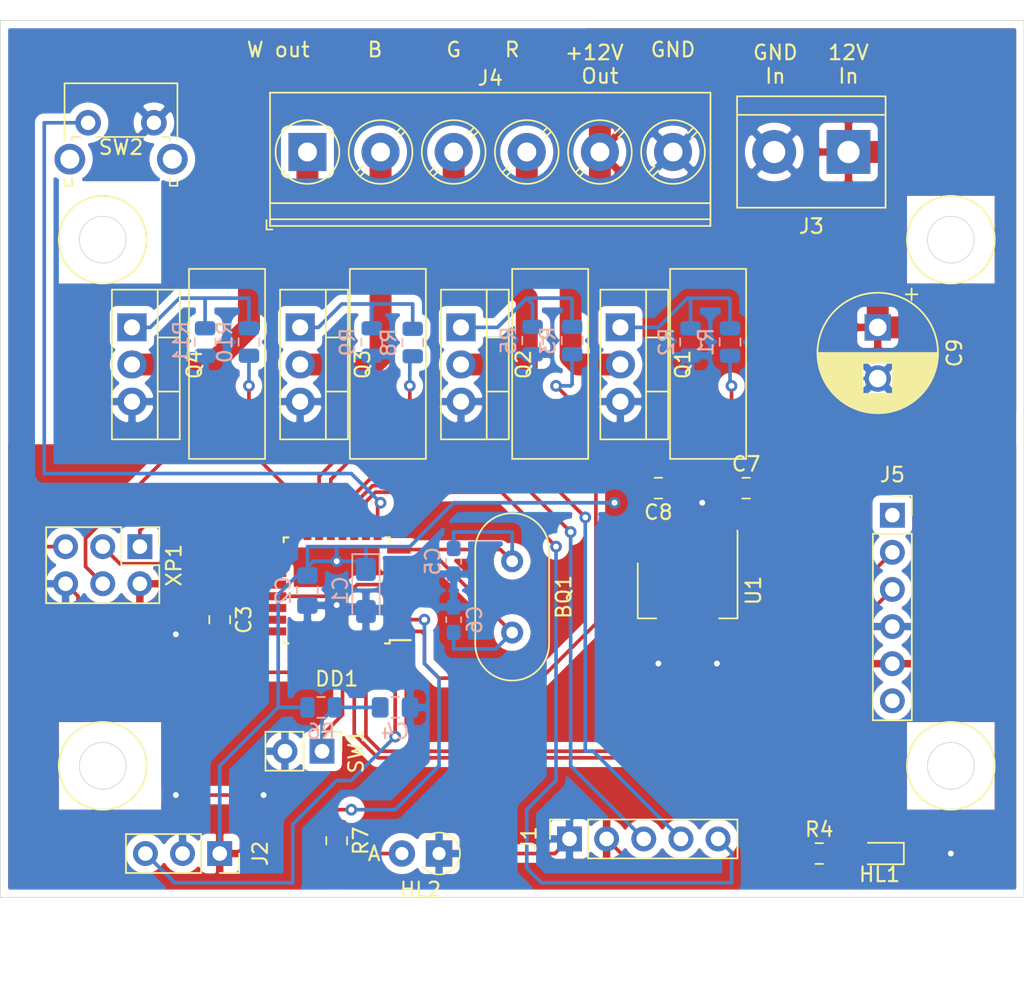
<source format=kicad_pcb>
(kicad_pcb (version 20171130) (host pcbnew 5.1.7-a382d34a8~87~ubuntu20.04.1)
  (layers (0 F.Cu signal) (31 B.Cu signal) (34 B.Paste user) (35 F.Paste user) (36 B.SilkS user) (37 F.SilkS user) (38 B.Mask user) (39 F.Mask user) (44 Edge.Cuts user))
  (net 0 "")
  (net 1 "Net-(BQ1-Pad2)")
  (net 2 "Net-(BQ1-Pad1)")
  (net 3 GND)
  (net 4 VDD)
  (net 5 "Net-(C3-Pad1)")
  (net 6 RES)
  (net 7 12V_P)
  (net 8 IRED)
  (net 9 D13/SCK)
  (net 10 D12/MISO)
  (net 11 D10)
  (net 12 D9)
  (net 13 D8)
  (net 14 D7)
  (net 15 D6)
  (net 16 D5)
  (net 17 D4)
  (net 18 D3)
  (net 19 "Net-(HL1-Pad2)")
  (net 20 "Net-(HL2-Pad2)")
  (net 21 R)
  (net 22 G)
  (net 23 B)
  (net 24 "Net-(Q1-Pad1)")
  (net 25 "Net-(Q2-Pad1)")
  (net 26 "Net-(Q3-Pad1)")
  (net 27 D11)
  (net 28 "Net-(Q4-Pad1)")
  (net 29 W)
  (net 30 BT_Rx)
  (net 31 BT_Tx)
  (module Capacitor_SMD:C_0805_2012Metric_Pad1.15x1.40mm_HandSolder (layer F.Cu) (at 145 72 180)
    (fp_text reference C8 (at 0 -1.65) (layer F.SilkS))
    (fp_text value "0,1 мкФ")
    (pad 2 smd roundrect (at 1.025 0 180) (size 1.15 1.4) (layers F.Cu F.Paste F.Mask) (roundrect_rratio 0.217391) (net 4 VDD))
    (pad 1 smd roundrect (at -1.025 0 180) (size 1.15 1.4) (layers F.Cu F.Paste F.Mask) (roundrect_rratio 0.217391) (net 3 GND))
  )
  (module Capacitor_SMD:C_0805_2012Metric_Pad1.15x1.40mm_HandSolder (layer F.Cu) (at 151 72)
    (fp_text reference C7 (at 0 -1.65) (layer F.SilkS))
    (fp_text value "0,1 мкФ")
    (pad 2 smd roundrect (at 1.025 0) (size 1.15 1.4) (layers F.Cu F.Paste F.Mask) (roundrect_rratio 0.217391) (net 7 12V_P))
    (pad 1 smd roundrect (at -1.025 0) (size 1.15 1.4) (layers F.Cu F.Paste F.Mask) (roundrect_rratio 0.217391) (net 3 GND))
  )
  (module Resistor_SMD:R_0805_2012Metric (layer F.Cu) (at 156 97)
    (fp_text reference R4 (at 0 -1.65) (layer F.SilkS))
    (fp_text value "680 Ом")
    (pad 2 smd roundrect (at 0.9375 0) (size 0.975 1.4) (layers F.Cu F.Paste F.Mask) (net 19 "Net-(HL1-Pad2)"))
    (pad 1 smd roundrect (at -0.9375 0) (size 0.975 1.4) (layers F.Cu F.Paste F.Mask) (net 4 VDD))
  )
  (module Capacitor_SMD:C_0805_2012Metric_Pad1.15x1.40mm_HandSolder (layer B.Cu) (at 127 87)
    (fp_text reference C4 (at 0 1.65) (layer B.SilkS) (effects (justify mirror)))
    (fp_text value "0,1 мкФ")
    (pad 2 smd roundrect (at 1.025 0) (size 1.15 1.4) (layers B.Cu B.Paste B.Mask) (roundrect_rratio 0.217391) (net 3 GND))
    (pad 1 smd roundrect (at -1.025 0) (size 1.15 1.4) (layers B.Cu B.Paste B.Mask) (roundrect_rratio 0.217391) (net 6 RES))
  )
  (module Resistor_SMD:R_0805_2012Metric (layer F.Cu) (at 123 96.125 270)
    (fp_text reference R7 (at 0 -1.65 90) (layer F.SilkS))
    (fp_text value "270 Ом")
    (pad 2 smd roundrect (at 0.9375 0 270) (size 0.975 1.4) (layers F.Cu F.Paste F.Mask) (net 20 "Net-(HL2-Pad2)"))
    (pad 1 smd roundrect (at -0.9375 0 270) (size 0.975 1.4) (layers F.Cu F.Paste F.Mask) (net 17 D4))
  )
  (module TerminalBlock:TerminalBlock_bornier-2_P5.08mm (layer F.Cu) (at 158 49 180)
    (fp_text reference J3 (at 2.54 -5.08) (layer F.SilkS))
    (fp_text value Conn_01x02)
    (pad 2 thru_hole circle (at 5.08 0 180) (size 3 3) (drill 1.52) (layers *.Cu *.Mask) (net 3 GND))
    (pad 1 thru_hole rect (at 0 0 180) (size 3 3) (drill 1.52) (layers *.Cu *.Mask) (net 7 12V_P))
  )
  (module Connector_PinSocket_2.54mm:PinSocket_1x06_P2.54mm_Vertical (layer F.Cu) (at 161 73.85)
    (fp_text reference J5 (at 0 -2.77) (layer F.SilkS))
    (fp_text value Conn_01x06_Female)
    (pad 6 thru_hole oval (at 0 12.7) (size 1.7 1.7) (drill 1) (layers *.Cu *.Mask))
    (pad 5 thru_hole oval (at 0 10.16) (size 1.7 1.7) (drill 1) (layers *.Cu *.Mask) (net 4 VDD))
    (pad 4 thru_hole oval (at 0 7.62) (size 1.7 1.7) (drill 1) (layers *.Cu *.Mask) (net 3 GND))
    (pad 3 thru_hole oval (at 0 5.08) (size 1.7 1.7) (drill 1) (layers *.Cu *.Mask) (net 31 BT_Tx))
    (pad 2 thru_hole oval (at 0 2.54) (size 1.7 1.7) (drill 1) (layers *.Cu *.Mask) (net 30 BT_Rx))
    (pad 1 thru_hole rect (at 0 0) (size 1.7 1.7) (drill 1) (layers *.Cu *.Mask))
  )
  (module Package_TO_SOT_SMD:SOT-223-3_TabPin2 (layer F.Cu) (at 147 79 270)
    (fp_text reference U1 (at 0 -4.5 90) (layer F.SilkS))
    (fp_text value L78M05ABDT)
    (pad 1 smd rect (at -3.15 -2.3 270) (size 2 1.5) (layers F.Cu F.Paste F.Mask) (net 7 12V_P))
    (pad 3 smd rect (at -3.15 2.3 270) (size 2 1.5) (layers F.Cu F.Paste F.Mask) (net 4 VDD))
    (pad 2 smd rect (at -3.15 0 270) (size 2 1.5) (layers F.Cu F.Paste F.Mask) (net 3 GND))
    (pad 2 smd rect (at 3.15 0 270) (size 4 5) (layers F.Cu F.Paste F.Mask) (net 3 GND))
  )
  (module TerminalBlock_Phoenix:TerminalBlock_Phoenix_PT-1,5-6-5.0-H_1x06_P5.00mm_Horizontal (layer F.Cu) (at 121 49)
    (fp_text reference J4 (at 12.5 -5.06) (layer F.SilkS))
    (fp_text value Screw_Terminal_01x06)
    (pad 6 thru_hole circle (at 25 0) (size 2.6 2.6) (drill 1.3) (layers *.Cu *.Mask) (net 3 GND))
    (pad 5 thru_hole circle (at 20 0) (size 2.6 2.6) (drill 1.3) (layers *.Cu *.Mask) (net 7 12V_P))
    (pad 4 thru_hole circle (at 15 0) (size 2.6 2.6) (drill 1.3) (layers *.Cu *.Mask) (net 21 R))
    (pad 3 thru_hole circle (at 10 0) (size 2.6 2.6) (drill 1.3) (layers *.Cu *.Mask) (net 22 G))
    (pad 2 thru_hole circle (at 5 0) (size 2.6 2.6) (drill 1.3) (layers *.Cu *.Mask) (net 23 B))
    (pad 1 thru_hole rect (at 0 0) (size 2.6 2.6) (drill 1.3) (layers *.Cu *.Mask) (net 29 W))
  )
  (module Resistor_SMD:R_0805_2012Metric (layer B.Cu) (at 114 62 270)
    (fp_text reference R11 (at 0 1.65 270) (layer B.SilkS) (effects (justify mirror)))
    (fp_text value "100 кОм")
    (pad 2 smd roundrect (at 0.9375 0 270) (size 0.975 1.4) (layers B.Cu B.Paste B.Mask) (net 3 GND))
    (pad 1 smd roundrect (at -0.9375 0 270) (size 0.975 1.4) (layers B.Cu B.Paste B.Mask) (net 28 "Net-(Q4-Pad1)"))
  )
  (module Resistor_SMD:R_0805_2012Metric (layer B.Cu) (at 117 62 270)
    (fp_text reference R10 (at 0 1.65 270) (layer B.SilkS) (effects (justify mirror)))
    (fp_text value "10 кОм")
    (pad 2 smd roundrect (at 0.9375 0 270) (size 0.975 1.4) (layers B.Cu B.Paste B.Mask) (net 27 D11))
    (pad 1 smd roundrect (at -0.9375 0 270) (size 0.975 1.4) (layers B.Cu B.Paste B.Mask) (net 28 "Net-(Q4-Pad1)"))
  )
  (module Package_TO_SOT_THT:TO-220-3_Vertical (layer F.Cu) (at 109 61 270)
    (fp_text reference Q4 (at 2.54 -4.27 90) (layer F.SilkS))
    (fp_text value IRF540N)
    (pad 3 thru_hole oval (at 5.08 0 270) (size 1.905 2) (drill 1.1) (layers *.Cu *.Mask) (net 3 GND))
    (pad 2 thru_hole oval (at 2.54 0 270) (size 1.905 2) (drill 1.1) (layers *.Cu *.Mask) (net 29 W))
    (pad 1 thru_hole rect (at 0 0 270) (size 1.905 2) (drill 1.1) (layers *.Cu *.Mask) (net 28 "Net-(Q4-Pad1)"))
  )
  (module Connector_PinHeader_2.54mm:PinHeader_2x03_P2.54mm_Vertical (layer F.Cu) (at 109.54 76 270)
    (fp_text reference XP1 (at 1.27 -2.33 90) (layer F.SilkS))
    (fp_text value CONN_02X03)
    (pad 6 thru_hole oval (at 2.54 5.08 270) (size 1.7 1.7) (drill 1) (layers *.Cu *.Mask) (net 3 GND))
    (pad 5 thru_hole oval (at 0 5.08 270) (size 1.7 1.7) (drill 1) (layers *.Cu *.Mask) (net 6 RES))
    (pad 4 thru_hole oval (at 2.54 2.54 270) (size 1.7 1.7) (drill 1) (layers *.Cu *.Mask) (net 27 D11))
    (pad 3 thru_hole oval (at 0 2.54 270) (size 1.7 1.7) (drill 1) (layers *.Cu *.Mask) (net 9 D13/SCK))
    (pad 2 thru_hole oval (at 2.54 0 270) (size 1.7 1.7) (drill 1) (layers *.Cu *.Mask) (net 4 VDD))
    (pad 1 thru_hole rect (at 0 0 270) (size 1.7 1.7) (drill 1) (layers *.Cu *.Mask) (net 10 D12/MISO))
  )
  (module Button_Switch_THT:SW_Tactile_SPST_Angled_PTS645Vx83-2LFS (layer F.Cu) (at 106 47)
    (fp_text reference SW2 (at 2.25 1.68) (layer F.SilkS))
    (fp_text value SW_DIP_x01)
    (pad "" thru_hole circle (at -1.25 2.49) (size 2.1 2.1) (drill 1.3) (layers *.Cu *.Mask))
    (pad 1 thru_hole circle (at 0 0) (size 1.75 1.75) (drill 0.99) (layers *.Cu *.Mask) (net 16 D5))
    (pad 2 thru_hole circle (at 4.5 0) (size 1.75 1.75) (drill 0.99) (layers *.Cu *.Mask) (net 3 GND))
    (pad "" thru_hole circle (at 5.76 2.49) (size 2.1 2.1) (drill 1.3) (layers *.Cu *.Mask))
  )
  (module Connector_PinHeader_2.54mm:PinHeader_1x02_P2.54mm_Vertical (layer F.Cu) (at 122 90 270)
    (fp_text reference SW1 (at 0 -2.33 90) (layer F.SilkS))
    (fp_text value SW_DIP_x01-Switch-RDC1-0035-rescue)
    (pad 2 thru_hole oval (at 0 2.54 270) (size 1.7 1.7) (drill 1) (layers *.Cu *.Mask) (net 3 GND))
    (pad 1 thru_hole rect (at 0 0 270) (size 1.7 1.7) (drill 1) (layers *.Cu *.Mask) (net 6 RES))
  )
  (module Resistor_SMD:R_0805_2012Metric (layer B.Cu) (at 125.4 62 270)
    (fp_text reference R9 (at 0 1.65 90) (layer B.SilkS) (effects (justify mirror)))
    (fp_text value "100 кОм")
    (pad 2 smd roundrect (at 0.9375 0 270) (size 0.975 1.4) (layers B.Cu B.Paste B.Mask) (net 3 GND))
    (pad 1 smd roundrect (at -0.9375 0 270) (size 0.975 1.4) (layers B.Cu B.Paste B.Mask) (net 26 "Net-(Q3-Pad1)"))
  )
  (module Resistor_SMD:R_0805_2012Metric (layer B.Cu) (at 128.2 62.0375 270)
    (fp_text reference R8 (at 0 1.65 90) (layer B.SilkS) (effects (justify mirror)))
    (fp_text value "10 кОм")
    (pad 2 smd roundrect (at 0.9375 0 270) (size 0.975 1.4) (layers B.Cu B.Paste B.Mask) (net 11 D10))
    (pad 1 smd roundrect (at -0.9375 0 270) (size 0.975 1.4) (layers B.Cu B.Paste B.Mask) (net 26 "Net-(Q3-Pad1)"))
  )
  (module Resistor_SMD:R_0805_2012Metric (layer B.Cu) (at 121.9375 87)
    (fp_text reference R6 (at 0 1.65) (layer B.SilkS) (effects (justify mirror)))
    (fp_text value "10 кОм")
    (pad 2 smd roundrect (at 0.9375 0) (size 0.975 1.4) (layers B.Cu B.Paste B.Mask) (net 6 RES))
    (pad 1 smd roundrect (at -0.9375 0) (size 0.975 1.4) (layers B.Cu B.Paste B.Mask) (net 4 VDD))
  )
  (module Resistor_SMD:R_0805_2012Metric (layer B.Cu) (at 136.4 61.9 270)
    (fp_text reference R5 (at 0 1.65 90) (layer B.SilkS) (effects (justify mirror)))
    (fp_text value "100 кОм")
    (pad 2 smd roundrect (at 0.9375 0 270) (size 0.975 1.4) (layers B.Cu B.Paste B.Mask) (net 3 GND))
    (pad 1 smd roundrect (at -0.9375 0 270) (size 0.975 1.4) (layers B.Cu B.Paste B.Mask) (net 25 "Net-(Q2-Pad1)"))
  )
  (module Resistor_SMD:R_0805_2012Metric (layer B.Cu) (at 139.1 61.9 270)
    (fp_text reference R3 (at 0 1.65 90) (layer B.SilkS) (effects (justify mirror)))
    (fp_text value "10 кОм")
    (pad 2 smd roundrect (at 0.9375 0 270) (size 0.975 1.4) (layers B.Cu B.Paste B.Mask) (net 12 D9))
    (pad 1 smd roundrect (at -0.9375 0 270) (size 0.975 1.4) (layers B.Cu B.Paste B.Mask) (net 25 "Net-(Q2-Pad1)"))
  )
  (module Resistor_SMD:R_0805_2012Metric (layer B.Cu) (at 147.2 62 270)
    (fp_text reference R2 (at 0 1.65 90) (layer B.SilkS) (effects (justify mirror)))
    (fp_text value "100 кОм")
    (pad 2 smd roundrect (at 0.9375 0 270) (size 0.975 1.4) (layers B.Cu B.Paste B.Mask) (net 3 GND))
    (pad 1 smd roundrect (at -0.9375 0 270) (size 0.975 1.4) (layers B.Cu B.Paste B.Mask) (net 24 "Net-(Q1-Pad1)"))
  )
  (module Resistor_SMD:R_0805_2012Metric (layer B.Cu) (at 149.9 62 270)
    (fp_text reference R1 (at 0 1.65 90) (layer B.SilkS) (effects (justify mirror)))
    (fp_text value "10 кОм")
    (pad 2 smd roundrect (at 0.9375 0 270) (size 0.975 1.4) (layers B.Cu B.Paste B.Mask) (net 18 D3))
    (pad 1 smd roundrect (at -0.9375 0 270) (size 0.975 1.4) (layers B.Cu B.Paste B.Mask) (net 24 "Net-(Q1-Pad1)"))
  )
  (module Package_TO_SOT_THT:TO-220-3_Vertical (layer F.Cu) (at 120.5 61 270)
    (fp_text reference Q3 (at 2.54 -4.27 90) (layer F.SilkS))
    (fp_text value IRF540N)
    (pad 3 thru_hole oval (at 5.08 0 270) (size 1.905 2) (drill 1.1) (layers *.Cu *.Mask) (net 3 GND))
    (pad 2 thru_hole oval (at 2.54 0 270) (size 1.905 2) (drill 1.1) (layers *.Cu *.Mask) (net 23 B))
    (pad 1 thru_hole rect (at 0 0 270) (size 1.905 2) (drill 1.1) (layers *.Cu *.Mask) (net 26 "Net-(Q3-Pad1)"))
  )
  (module Package_TO_SOT_THT:TO-220-3_Vertical (layer F.Cu) (at 131.5 61 270)
    (fp_text reference Q2 (at 2.54 -4.27 90) (layer F.SilkS))
    (fp_text value IRF540N)
    (pad 3 thru_hole oval (at 5.08 0 270) (size 1.905 2) (drill 1.1) (layers *.Cu *.Mask) (net 3 GND))
    (pad 2 thru_hole oval (at 2.54 0 270) (size 1.905 2) (drill 1.1) (layers *.Cu *.Mask) (net 22 G))
    (pad 1 thru_hole rect (at 0 0 270) (size 1.905 2) (drill 1.1) (layers *.Cu *.Mask) (net 25 "Net-(Q2-Pad1)"))
  )
  (module Package_TO_SOT_THT:TO-220-3_Vertical (layer F.Cu) (at 142.4 61 270)
    (fp_text reference Q1 (at 2.54 -4.27 90) (layer F.SilkS))
    (fp_text value IRF540N)
    (pad 3 thru_hole oval (at 5.08 0 270) (size 1.905 2) (drill 1.1) (layers *.Cu *.Mask) (net 3 GND))
    (pad 2 thru_hole oval (at 2.54 0 270) (size 1.905 2) (drill 1.1) (layers *.Cu *.Mask) (net 21 R))
    (pad 1 thru_hole rect (at 0 0 270) (size 1.905 2) (drill 1.1) (layers *.Cu *.Mask) (net 24 "Net-(Q1-Pad1)"))
  )
  (module Connector_PinSocket_2.54mm:PinSocket_1x03_P2.54mm_Vertical (layer F.Cu) (at 115 97 270)
    (fp_text reference J2 (at 0 -2.77 90) (layer F.SilkS))
    (fp_text value Conn_01x03)
    (pad 3 thru_hole oval (at 0 5.08 270) (size 1.7 1.7) (drill 1) (layers *.Cu *.Mask) (net 8 IRED))
    (pad 2 thru_hole oval (at 0 2.54 270) (size 1.7 1.7) (drill 1) (layers *.Cu *.Mask) (net 3 GND))
    (pad 1 thru_hole rect (at 0 0 270) (size 1.7 1.7) (drill 1) (layers *.Cu *.Mask) (net 4 VDD))
  )
  (module Connector_PinSocket_2.54mm:PinSocket_1x05_P2.54mm_Vertical (layer F.Cu) (at 138.92 96 90)
    (fp_text reference J1 (at 0 -2.77 90) (layer F.SilkS))
    (fp_text value ЭНКОДЕР)
    (pad 5 thru_hole oval (at 0 10.16 90) (size 1.7 1.7) (drill 1) (layers *.Cu *.Mask) (net 15 D6))
    (pad 4 thru_hole oval (at 0 7.62 90) (size 1.7 1.7) (drill 1) (layers *.Cu *.Mask) (net 13 D8))
    (pad 3 thru_hole oval (at 0 5.08 90) (size 1.7 1.7) (drill 1) (layers *.Cu *.Mask) (net 14 D7))
    (pad 2 thru_hole oval (at 0 2.54 90) (size 1.7 1.7) (drill 1) (layers *.Cu *.Mask) (net 4 VDD))
    (pad 1 thru_hole rect (at 0 0 90) (size 1.7 1.7) (drill 1) (layers *.Cu *.Mask) (net 3 GND))
  )
  (module Diode_THT:D_A-405_P2.54mm_Vertical_AnodeUp (layer F.Cu) (at 130 97 180)
    (fp_text reference HL2 (at 1.27 -2.47) (layer F.SilkS))
    (fp_text value LED)
    (fp_text user A (at 4.44 0) (layer F.SilkS))
    (pad 2 thru_hole oval (at 2.54 0 180) (size 1.8 1.8) (drill 0.9) (layers *.Cu *.Mask) (net 20 "Net-(HL2-Pad2)"))
    (pad 1 thru_hole rect (at 0 0 180) (size 1.8 1.8) (drill 0.9) (layers *.Cu *.Mask) (net 3 GND))
  )
  (module LED_SMD:LED_0603_1608Metric_Pad1.05x0.95mm_HandSolder (layer F.Cu) (at 160.125 97 180)
    (fp_text reference HL1 (at 0 -1.43) (layer F.SilkS))
    (fp_text value LED)
    (pad 2 smd roundrect (at 0.875 0 180) (size 1.05 0.95) (layers F.Cu F.Paste F.Mask) (net 19 "Net-(HL1-Pad2)"))
    (pad 1 smd roundrect (at -0.875 0 180) (size 1.05 0.95) (layers F.Cu F.Paste F.Mask) (net 3 GND))
  )
  (module Package_QFP:TQFP-32_7x7mm_P0.8mm (layer F.Cu) (at 123 79 180)
    (fp_text reference DD1 (at 0 -6.05) (layer F.SilkS))
    (fp_text value ATMEGA328P-A)
    (pad 32 smd rect (at -2.8 -4.25 270) (size 1.6 0.55) (layers F.Cu F.Paste F.Mask) (net 8 IRED))
    (pad 31 smd rect (at -2 -4.25 270) (size 1.6 0.55) (layers F.Cu F.Paste F.Mask) (net 30 BT_Rx))
    (pad 30 smd rect (at -1.2 -4.25 270) (size 1.6 0.55) (layers F.Cu F.Paste F.Mask) (net 31 BT_Tx))
    (pad 29 smd rect (at -0.4 -4.25 270) (size 1.6 0.55) (layers F.Cu F.Paste F.Mask) (net 6 RES))
    (pad 28 smd rect (at 0.4 -4.25 270) (size 1.6 0.55) (layers F.Cu F.Paste F.Mask))
    (pad 27 smd rect (at 1.2 -4.25 270) (size 1.6 0.55) (layers F.Cu F.Paste F.Mask))
    (pad 26 smd rect (at 2 -4.25 270) (size 1.6 0.55) (layers F.Cu F.Paste F.Mask))
    (pad 25 smd rect (at 2.8 -4.25 270) (size 1.6 0.55) (layers F.Cu F.Paste F.Mask))
    (pad 24 smd rect (at 4.25 -2.8 180) (size 1.6 0.55) (layers F.Cu F.Paste F.Mask))
    (pad 23 smd rect (at 4.25 -2 180) (size 1.6 0.55) (layers F.Cu F.Paste F.Mask))
    (pad 22 smd rect (at 4.25 -1.2 180) (size 1.6 0.55) (layers F.Cu F.Paste F.Mask))
    (pad 21 smd rect (at 4.25 -0.4 180) (size 1.6 0.55) (layers F.Cu F.Paste F.Mask) (net 3 GND))
    (pad 20 smd rect (at 4.25 0.4 180) (size 1.6 0.55) (layers F.Cu F.Paste F.Mask) (net 5 "Net-(C3-Pad1)"))
    (pad 19 smd rect (at 4.25 1.2 180) (size 1.6 0.55) (layers F.Cu F.Paste F.Mask))
    (pad 18 smd rect (at 4.25 2 180) (size 1.6 0.55) (layers F.Cu F.Paste F.Mask) (net 4 VDD))
    (pad 17 smd rect (at 4.25 2.8 180) (size 1.6 0.55) (layers F.Cu F.Paste F.Mask) (net 9 D13/SCK))
    (pad 16 smd rect (at 2.8 4.25 270) (size 1.6 0.55) (layers F.Cu F.Paste F.Mask) (net 10 D12/MISO))
    (pad 15 smd rect (at 2 4.25 270) (size 1.6 0.55) (layers F.Cu F.Paste F.Mask) (net 27 D11))
    (pad 14 smd rect (at 1.2 4.25 270) (size 1.6 0.55) (layers F.Cu F.Paste F.Mask) (net 11 D10))
    (pad 13 smd rect (at 0.4 4.25 270) (size 1.6 0.55) (layers F.Cu F.Paste F.Mask) (net 12 D9))
    (pad 12 smd rect (at -0.4 4.25 270) (size 1.6 0.55) (layers F.Cu F.Paste F.Mask) (net 13 D8))
    (pad 11 smd rect (at -1.2 4.25 270) (size 1.6 0.55) (layers F.Cu F.Paste F.Mask) (net 14 D7))
    (pad 10 smd rect (at -2 4.25 270) (size 1.6 0.55) (layers F.Cu F.Paste F.Mask) (net 15 D6))
    (pad 9 smd rect (at -2.8 4.25 270) (size 1.6 0.55) (layers F.Cu F.Paste F.Mask) (net 16 D5))
    (pad 8 smd rect (at -4.25 2.8 180) (size 1.6 0.55) (layers F.Cu F.Paste F.Mask) (net 2 "Net-(BQ1-Pad1)"))
    (pad 7 smd rect (at -4.25 2 180) (size 1.6 0.55) (layers F.Cu F.Paste F.Mask) (net 1 "Net-(BQ1-Pad2)"))
    (pad 6 smd rect (at -4.25 1.2 180) (size 1.6 0.55) (layers F.Cu F.Paste F.Mask) (net 4 VDD))
    (pad 5 smd rect (at -4.25 0.4 180) (size 1.6 0.55) (layers F.Cu F.Paste F.Mask) (net 3 GND))
    (pad 4 smd rect (at -4.25 -0.4 180) (size 1.6 0.55) (layers F.Cu F.Paste F.Mask) (net 4 VDD))
    (pad 3 smd rect (at -4.25 -1.2 180) (size 1.6 0.55) (layers F.Cu F.Paste F.Mask) (net 3 GND))
    (pad 2 smd rect (at -4.25 -2 180) (size 1.6 0.55) (layers F.Cu F.Paste F.Mask) (net 17 D4))
    (pad 1 smd rect (at -4.25 -2.8 180) (size 1.6 0.55) (layers F.Cu F.Paste F.Mask) (net 18 D3))
  )
  (module Capacitor_THT:CP_Radial_D8.0mm_P3.50mm (layer F.Cu) (at 160 61 270)
    (fp_text reference C9 (at 1.75 -5.25 90) (layer F.SilkS))
    (fp_text value 1000мкФ)
    (pad 2 thru_hole circle (at 3.5 0 270) (size 1.8 1.8) (drill 1.2) (layers *.Cu *.Mask) (net 3 GND))
    (pad 1 thru_hole rect (at 0 0 270) (size 1.8 1.8) (drill 1.2) (layers *.Cu *.Mask) (net 7 12V_P))
  )
  (module Capacitor_SMD:C_0603_1608Metric_Pad1.05x0.95mm_HandSolder (layer B.Cu) (at 131 81 90)
    (fp_text reference C6 (at 0 1.43 270) (layer B.SilkS) (effects (justify mirror)))
    (fp_text value 22пФ)
    (pad 2 smd roundrect (at 0.875 0 90) (size 1.05 0.95) (layers B.Cu B.Paste B.Mask) (net 3 GND))
    (pad 1 smd roundrect (at -0.875 0 90) (size 1.05 0.95) (layers B.Cu B.Paste B.Mask) (net 1 "Net-(BQ1-Pad2)"))
  )
  (module Capacitor_SMD:C_0603_1608Metric_Pad1.05x0.95mm_HandSolder (layer B.Cu) (at 131 77 270)
    (fp_text reference C5 (at 0 1.43 270) (layer B.SilkS) (effects (justify mirror)))
    (fp_text value 22пФ)
    (pad 2 smd roundrect (at 0.875 0 270) (size 1.05 0.95) (layers B.Cu B.Paste B.Mask) (net 3 GND))
    (pad 1 smd roundrect (at -0.875 0 270) (size 1.05 0.95) (layers B.Cu B.Paste B.Mask) (net 2 "Net-(BQ1-Pad1)"))
  )
  (module Capacitor_SMD:C_0805_2012Metric_Pad1.15x1.40mm_HandSolder (layer F.Cu) (at 115 81 270)
    (fp_text reference C3 (at 0 -1.65 270) (layer F.SilkS))
    (fp_text value "0,1 мкФ")
    (pad 2 smd roundrect (at 1.025 0 270) (size 1.15 1.4) (layers F.Cu F.Paste F.Mask) (roundrect_rratio 0.217391) (net 3 GND))
    (pad 1 smd roundrect (at -1.025 0 270) (size 1.15 1.4) (layers F.Cu F.Paste F.Mask) (roundrect_rratio 0.217391) (net 5 "Net-(C3-Pad1)"))
  )
  (module Capacitor_SMD:C_0805_2012Metric_Pad1.15x1.40mm_HandSolder (layer B.Cu) (at 121 79 270)
    (fp_text reference C2 (at 0 1.65 90) (layer B.SilkS) (effects (justify mirror)))
    (fp_text value "0,1 мкФ")
    (pad 2 smd roundrect (at 1.025 0 270) (size 1.15 1.4) (layers B.Cu B.Paste B.Mask) (roundrect_rratio 0.217391) (net 3 GND))
    (pad 1 smd roundrect (at -1.025 0 270) (size 1.15 1.4) (layers B.Cu B.Paste B.Mask) (roundrect_rratio 0.217391) (net 4 VDD))
  )
  (module Capacitor_Tantalum_SMD:CP_EIA-3216-18_Kemet-A_Pad1.58x1.35mm_HandSolder (layer B.Cu) (at 125 79 270)
    (fp_text reference C1 (at 0 1.75 90) (layer B.SilkS) (effects (justify mirror)))
    (fp_text value 10мкФ)
    (pad 2 smd roundrect (at 1.4375 0 270) (size 1.575 1.35) (layers B.Cu B.Paste B.Mask) (roundrect_rratio 0.185185) (net 3 GND))
    (pad 1 smd roundrect (at -1.4375 0 270) (size 1.575 1.35) (layers B.Cu B.Paste B.Mask) (roundrect_rratio 0.185185) (net 4 VDD))
  )
  (module Crystal:Crystal_HC49-4H_Vertical (layer F.Cu) (at 135 77 270)
    (fp_text reference BQ1 (at 2.44 -3.525 90) (layer F.SilkS))
    (fp_text value Crystal)
    (pad 2 thru_hole circle (at 4.88 0 270) (size 1.5 1.5) (drill 0.8) (layers *.Cu *.Mask) (net 1 "Net-(BQ1-Pad2)"))
    (pad 1 thru_hole circle (at 0 0 270) (size 1.5 1.5) (drill 0.8) (layers *.Cu *.Mask) (net 2 "Net-(BQ1-Pad1)"))
  )
  (gr_text GND (at 146 42) (layer F.SilkS) (effects (font (size 1 1))))
  (gr_text "+12V \nOut" (at 141 43) (layer F.SilkS) (effects (font (size 1 1))))
  (gr_text R (at 135 42) (layer F.SilkS) (effects (font (size 1 1))))
  (gr_text G (at 131 42) (layer F.SilkS) (effects (font (size 1 1))))
  (gr_text "B " (at 126 42) (layer F.SilkS) (effects (font (size 1 1))))
  (gr_text "W out" (at 119 42) (layer F.SilkS) (effects (font (size 1 1))))
  (gr_text "GND\nIn" (at 153 43) (layer F.SilkS) (effects (font (size 1 1))))
  (gr_text "12V\nIn" (at 158 43) (layer F.SilkS) (effects (font (size 1 1))))
  (gr_line (start 100 100) (end 100 40) (layer Edge.Cuts) (width 0.05))
  (gr_line (start 170 100) (end 100 100) (layer Edge.Cuts) (width 0.05))
  (gr_line (start 170 40) (end 170 100) (layer Edge.Cuts) (width 0.05))
  (gr_line (start 100 40) (end 170 40) (layer Edge.Cuts) (width 0.05))
  (gr_circle (center 165 55) (end 166.6 55) (layer Edge.Cuts) (width 0.05))
  (gr_circle (center 165 55) (end 168 55) (layer F.SilkS) (width 0.12))
  (gr_circle (center 107 55) (end 108.6 55) (layer Edge.Cuts) (width 0.05))
  (gr_circle (center 107 55) (end 110 55) (layer F.SilkS) (width 0.12))
  (gr_circle (center 107 91) (end 108.6 91) (layer Edge.Cuts) (width 0.05))
  (gr_circle (center 107 91) (end 110 91) (layer F.SilkS) (width 0.12))
  (gr_circle (center 165 91) (end 166.6 91) (layer Edge.Cuts) (width 0.05))
  (gr_circle (center 165 91) (end 168 91) (layer F.SilkS) (width 0.12))
  (gr_line (start 113 70) (end 118.1 70) (layer F.SilkS) (width 0.12))
  (gr_line (start 118.1 70) (end 118.1 57) (layer F.SilkS) (width 0.12))
  (gr_line (start 118.1 57) (end 112.9 57) (layer F.SilkS) (width 0.12))
  (gr_line (start 112.9 57) (end 112.9 70) (layer F.SilkS) (width 0.12))
  (gr_line (start 145.9 70) (end 151 70) (layer F.SilkS) (width 0.12))
  (gr_line (start 145.8 70) (end 145.9 70) (layer F.SilkS) (width 0.12))
  (gr_line (start 145.8 57) (end 145.8 70) (layer F.SilkS) (width 0.12))
  (gr_line (start 151 57) (end 145.8 57) (layer F.SilkS) (width 0.12))
  (gr_line (start 151 70) (end 151 57) (layer F.SilkS) (width 0.12))
  (gr_line (start 135.1 70) (end 140.2 70) (layer F.SilkS) (width 0.12))
  (gr_line (start 135 70) (end 135.1 70) (layer F.SilkS) (width 0.12))
  (gr_line (start 135 57) (end 135 70) (layer F.SilkS) (width 0.12))
  (gr_line (start 140.2 57) (end 135 57) (layer F.SilkS) (width 0.12))
  (gr_line (start 140.2 70) (end 140.2 57) (layer F.SilkS) (width 0.12))
  (gr_line (start 123.9 70) (end 124 70) (layer F.SilkS) (width 0.12))
  (gr_line (start 123.9 57) (end 123.9 70) (layer F.SilkS) (width 0.12))
  (gr_line (start 129.1 57) (end 123.9 57) (layer F.SilkS) (width 0.12))
  (gr_line (start 129.1 70) (end 129.1 57) (layer F.SilkS) (width 0.12))
  (gr_line (start 124 70) (end 129.1 70) (layer F.SilkS) (width 0.12))
  (segment (start 131 81.875) (end 131 83) (width 0.25) (layer B.Cu) (net 1))
  (segment (start 133.88 83) (end 135 81.88) (width 0.25) (layer B.Cu) (net 1))
  (segment (start 131 83) (end 133.88 83) (width 0.25) (layer B.Cu) (net 1))
  (segment (start 130.12 77) (end 135 81.88) (width 0.25) (layer F.Cu) (net 1))
  (segment (start 127.25 77) (end 130.12 77) (width 0.25) (layer F.Cu) (net 1))
  (segment (start 131 76.125) (end 131 75) (width 0.25) (layer B.Cu) (net 2))
  (segment (start 131 75) (end 135 75) (width 0.25) (layer B.Cu) (net 2))
  (segment (start 135 75) (end 135 77) (width 0.25) (layer B.Cu) (net 2))
  (segment (start 134.2 76.2) (end 135 77) (width 0.25) (layer F.Cu) (net 2))
  (segment (start 127.25 76.2) (end 134.2 76.2) (width 0.25) (layer F.Cu) (net 2))
  (via (at 149 84) (size 0.8) (drill 0.4) (layers F.Cu B.Cu) (net 3))
  (via (at 145 84) (size 0.8) (drill 0.4) (layers F.Cu B.Cu) (net 3))
  (via (at 165 97) (size 0.8) (drill 0.4) (layers F.Cu B.Cu) (net 3))
  (via (at 148 73) (size 0.8) (drill 0.4) (layers F.Cu B.Cu) (net 3))
  (via (at 123 80) (size 0.8) (drill 0.4) (layers F.Cu B.Cu) (net 3))
  (segment (start 117.7 79.4) (end 118.75 79.4) (width 0.25) (layer F.Cu) (net 3))
  (segment (start 117.6 79.4) (end 117.7 79.4) (width 0.25) (layer F.Cu) (net 3))
  (segment (start 117 80) (end 117.6 79.4) (width 0.25) (layer F.Cu) (net 3))
  (segment (start 117 80.725) (end 117 80) (width 0.25) (layer F.Cu) (net 3))
  (segment (start 115.7 82.025) (end 117 80.725) (width 0.25) (layer F.Cu) (net 3))
  (segment (start 115 82.025) (end 115.7 82.025) (width 0.25) (layer F.Cu) (net 3))
  (segment (start 121 80.025) (end 121 82) (width 0.25) (layer B.Cu) (net 3))
  (segment (start 125 82) (end 125 80.4375) (width 0.25) (layer B.Cu) (net 3))
  (segment (start 121.025 80) (end 121 80.025) (width 0.25) (layer B.Cu) (net 3))
  (segment (start 123 80) (end 121.025 80) (width 0.25) (layer B.Cu) (net 3))
  (segment (start 124.5625 80) (end 125 80.4375) (width 0.25) (layer B.Cu) (net 3))
  (segment (start 123 80) (end 124.5625 80) (width 0.25) (layer B.Cu) (net 3))
  (segment (start 123 82) (end 123 80) (width 0.25) (layer B.Cu) (net 3))
  (segment (start 123 82) (end 125 82) (width 0.25) (layer B.Cu) (net 3))
  (segment (start 121 82) (end 123 82) (width 0.25) (layer B.Cu) (net 3))
  (segment (start 123.2 80.2) (end 123 80) (width 0.25) (layer F.Cu) (net 3))
  (segment (start 127.25 80.2) (end 123.2 80.2) (width 0.25) (layer F.Cu) (net 3))
  (segment (start 122.4 79.4) (end 123 80) (width 0.25) (layer F.Cu) (net 3))
  (segment (start 118.75 79.4) (end 122.4 79.4) (width 0.25) (layer F.Cu) (net 3))
  (segment (start 127.25 78.6) (end 124.4 78.6) (width 0.25) (layer F.Cu) (net 3))
  (segment (start 124.4 78.6) (end 123 80) (width 0.25) (layer F.Cu) (net 3))
  (segment (start 131 77.875) (end 131 80.125) (width 0.25) (layer B.Cu) (net 3))
  (segment (start 125.3125 80.125) (end 125 80.4375) (width 0.25) (layer B.Cu) (net 3))
  (segment (start 127.9375 80.0625) (end 128 80) (width 0.25) (layer B.Cu) (net 3))
  (segment (start 131 80.125) (end 128 80) (width 0.25) (layer B.Cu) (net 3))
  (segment (start 127.9375 87) (end 127.9375 80.0625) (width 0.25) (layer B.Cu) (net 3))
  (segment (start 128 80) (end 125.3125 80.125) (width 0.25) (layer B.Cu) (net 3))
  (segment (start 109 66.08) (end 113.92 66.08) (width 0.25) (layer B.Cu) (net 3))
  (segment (start 114 66) (end 114 62.9375) (width 0.25) (layer B.Cu) (net 3))
  (segment (start 113.92 66.08) (end 114 66) (width 0.25) (layer B.Cu) (net 3))
  (segment (start 114.08 66.08) (end 114 66) (width 0.25) (layer B.Cu) (net 3))
  (segment (start 120.5 66.08) (end 114.08 66.08) (width 0.25) (layer B.Cu) (net 3))
  (segment (start 144.0575 66.08) (end 147.2 62.9375) (width 0.25) (layer B.Cu) (net 3))
  (segment (start 142.4 66.08) (end 144.0575 66.08) (width 0.25) (layer B.Cu) (net 3))
  (segment (start 125.4 65.6) (end 125 66) (width 0.25) (layer B.Cu) (net 3))
  (segment (start 120.5 66.08) (end 125 66) (width 0.25) (layer B.Cu) (net 3))
  (segment (start 125.4 62.9375) (end 125.4 65.6) (width 0.25) (layer B.Cu) (net 3))
  (segment (start 125 66) (end 131.5 66.08) (width 0.25) (layer B.Cu) (net 3))
  (segment (start 136.4 65.6) (end 136 66) (width 0.25) (layer B.Cu) (net 3))
  (segment (start 136.4 62.8375) (end 136.4 65.6) (width 0.25) (layer B.Cu) (net 3))
  (segment (start 131.5 66.08) (end 136 66) (width 0.25) (layer B.Cu) (net 3))
  (segment (start 136 66) (end 142.4 66.08) (width 0.25) (layer B.Cu) (net 3))
  (segment (start 137.92 97) (end 138.92 96) (width 0.25) (layer F.Cu) (net 3))
  (segment (start 130 97) (end 137.92 97) (width 0.25) (layer F.Cu) (net 3))
  (segment (start 129 87) (end 127.9375 87) (width 0.25) (layer B.Cu) (net 3))
  (segment (start 130 95.85) (end 130 97) (width 0.25) (layer B.Cu) (net 3))
  (segment (start 160 64.5) (end 157.5 64.5) (width 0.25) (layer B.Cu) (net 3))
  (segment (start 155.92 66.08) (end 142.4 66.08) (width 0.25) (layer B.Cu) (net 3))
  (segment (start 157.5 64.5) (end 155.92 66.08) (width 0.25) (layer B.Cu) (net 3))
  (segment (start 105.309999 79.389999) (end 105.309999 81.309999) (width 0.25) (layer F.Cu) (net 3))
  (segment (start 104.46 78.54) (end 105.309999 79.389999) (width 0.25) (layer F.Cu) (net 3))
  (segment (start 105.309999 81.309999) (end 107 83) (width 0.25) (layer F.Cu) (net 3))
  (segment (start 115 83) (end 115 82.025) (width 0.25) (layer F.Cu) (net 3))
  (segment (start 148 73) (end 148 72) (width 0.25) (layer F.Cu) (net 3))
  (segment (start 145.9375 72) (end 148 72) (width 0.25) (layer F.Cu) (net 3))
  (segment (start 148 72) (end 150.0625 72) (width 0.25) (layer F.Cu) (net 3))
  (segment (start 148 73) (end 147 74) (width 0.25) (layer F.Cu) (net 3))
  (segment (start 147 74) (end 147 75.85) (width 0.25) (layer F.Cu) (net 3))
  (segment (start 147 82.15) (end 147 75.85) (width 0.25) (layer F.Cu) (net 3))
  (segment (start 165 97) (end 161 97) (width 0.25) (layer F.Cu) (net 3))
  (via (at 112 82) (size 0.8) (drill 0.4) (layers F.Cu B.Cu) (net 3))
  (via (at 118 93) (size 0.8) (drill 0.4) (layers F.Cu B.Cu) (net 3))
  (via (at 112 93) (size 0.8) (drill 0.4) (layers F.Cu B.Cu) (net 3))
  (segment (start 112 83) (end 112 82) (width 0.25) (layer F.Cu) (net 3))
  (segment (start 112 83) (end 115 83) (width 0.25) (layer F.Cu) (net 3))
  (segment (start 107 83) (end 112 83) (width 0.25) (layer F.Cu) (net 3))
  (segment (start 112 93) (end 118 93) (width 0.25) (layer F.Cu) (net 3))
  (via (at 123 77) (size 0.8) (drill 0.4) (layers F.Cu B.Cu) (net 4))
  (segment (start 125 77.5625) (end 125 76) (width 0.25) (layer B.Cu) (net 4))
  (segment (start 121 76) (end 121 77.975) (width 0.25) (layer B.Cu) (net 4))
  (segment (start 124.4375 77) (end 125 77.5625) (width 0.25) (layer B.Cu) (net 4))
  (segment (start 123 77) (end 124.4375 77) (width 0.25) (layer B.Cu) (net 4))
  (segment (start 121 77.4) (end 121 77.975) (width 0.25) (layer B.Cu) (net 4))
  (segment (start 121.4 77) (end 121 77.4) (width 0.25) (layer B.Cu) (net 4))
  (segment (start 123 77) (end 121.4 77) (width 0.25) (layer B.Cu) (net 4))
  (segment (start 123 77) (end 123 76) (width 0.25) (layer B.Cu) (net 4))
  (segment (start 125 76) (end 123 76) (width 0.25) (layer B.Cu) (net 4))
  (segment (start 123 76) (end 121 76) (width 0.25) (layer B.Cu) (net 4))
  (segment (start 123.8 77.8) (end 123 77) (width 0.25) (layer F.Cu) (net 4))
  (segment (start 127.25 77.8) (end 123.8 77.8) (width 0.25) (layer F.Cu) (net 4))
  (segment (start 118.75 77) (end 123 77) (width 0.25) (layer F.Cu) (net 4))
  (segment (start 121 87) (end 119 87) (width 0.25) (layer B.Cu) (net 4))
  (segment (start 119 79.275) (end 120.3 77.975) (width 0.25) (layer B.Cu) (net 4))
  (segment (start 120.3 77.975) (end 121 77.975) (width 0.25) (layer B.Cu) (net 4))
  (segment (start 119 87) (end 119 79.275) (width 0.25) (layer B.Cu) (net 4))
  (segment (start 155.125 97) (end 153 97) (width 0.25) (layer F.Cu) (net 4))
  (segment (start 153 97) (end 151 99) (width 0.25) (layer F.Cu) (net 4))
  (segment (start 144.46 99) (end 141.46 96) (width 0.25) (layer F.Cu) (net 4))
  (segment (start 151 99) (end 144.46 99) (width 0.25) (layer F.Cu) (net 4))
  (segment (start 115 91) (end 119 87) (width 0.25) (layer B.Cu) (net 4))
  (segment (start 115 97) (end 115 91) (width 0.25) (layer B.Cu) (net 4))
  (segment (start 116 77) (end 118.75 77) (width 0.25) (layer F.Cu) (net 4))
  (segment (start 114.46 78.54) (end 116 77) (width 0.25) (layer F.Cu) (net 4))
  (segment (start 109.54 78.54) (end 114.46 78.54) (width 0.25) (layer F.Cu) (net 4))
  (segment (start 144.7 74.6) (end 144.1 74) (width 0.25) (layer F.Cu) (net 4))
  (segment (start 144.7 75.85) (end 144.7 74.6) (width 0.25) (layer F.Cu) (net 4))
  (segment (start 144.1 74) (end 143 74) (width 0.25) (layer F.Cu) (net 4))
  (segment (start 143 74) (end 142 73) (width 0.25) (layer F.Cu) (net 4))
  (segment (start 143.0625 73) (end 144.0625 72) (width 0.25) (layer F.Cu) (net 4))
  (segment (start 142 73) (end 143.0625 73) (width 0.25) (layer F.Cu) (net 4))
  (segment (start 142 73) (end 142 73) (width 0.25) (layer F.Cu) (net 4))
  (via (at 142 73) (size 0.8) (drill 0.4) (layers F.Cu B.Cu) (net 4))
  (segment (start 125 76) (end 128 76) (width 0.25) (layer B.Cu) (net 4))
  (segment (start 131 73) (end 142 73) (width 0.25) (layer B.Cu) (net 4))
  (segment (start 128 76) (end 131 73) (width 0.25) (layer B.Cu) (net 4))
  (segment (start 127.25 79.4) (end 128.6 79.4) (width 0.25) (layer F.Cu) (net 4))
  (segment (start 128.6 79.4) (end 129 79) (width 0.25) (layer F.Cu) (net 4))
  (segment (start 128.3 77.8) (end 128.5 78) (width 0.25) (layer F.Cu) (net 4))
  (segment (start 127.25 77.8) (end 128.3 77.8) (width 0.25) (layer F.Cu) (net 4))
  (segment (start 117.7 78.6) (end 118.75 78.6) (width 0.25) (layer F.Cu) (net 5))
  (segment (start 117.075 78.6) (end 117.7 78.6) (width 0.25) (layer F.Cu) (net 5))
  (segment (start 115.7 79.975) (end 117.075 78.6) (width 0.25) (layer F.Cu) (net 5))
  (segment (start 115 79.975) (end 115.7 79.975) (width 0.25) (layer F.Cu) (net 5))
  (segment (start 122.875 87) (end 126.0625 87) (width 0.25) (layer B.Cu) (net 6))
  (segment (start 123.4 84.6) (end 123.4 83.25) (width 0.25) (layer F.Cu) (net 6))
  (segment (start 104.46 76) (end 103 76) (width 0.25) (layer F.Cu) (net 6))
  (segment (start 106.6 84.6) (end 123.4 84.6) (width 0.25) (layer F.Cu) (net 6))
  (segment (start 103 76) (end 102 77) (width 0.25) (layer F.Cu) (net 6))
  (segment (start 102 77) (end 102 80) (width 0.25) (layer F.Cu) (net 6))
  (segment (start 102 80) (end 106.6 84.6) (width 0.25) (layer F.Cu) (net 6))
  (segment (start 122 87.875) (end 122.875 87) (width 0.25) (layer B.Cu) (net 6))
  (segment (start 122 90) (end 122 87.875) (width 0.25) (layer B.Cu) (net 6))
  (segment (start 122 88.9) (end 122 90) (width 0.25) (layer F.Cu) (net 6))
  (segment (start 123.4 83.25) (end 123.4 87.5) (width 0.25) (layer F.Cu) (net 6))
  (segment (start 123.4 87.5) (end 122 88.9) (width 0.25) (layer F.Cu) (net 6))
  (segment (start 161 49) (end 158 49) (width 1.5) (layer F.Cu) (net 7))
  (segment (start 141 53) (end 144 56) (width 1.5) (layer F.Cu) (net 7))
  (segment (start 141 49) (end 141 53) (width 1.5) (layer F.Cu) (net 7))
  (segment (start 159 56) (end 159 54) (width 1.5) (layer F.Cu) (net 7))
  (segment (start 159 54) (end 161 52) (width 1.5) (layer F.Cu) (net 7))
  (segment (start 141 49) (end 141 42) (width 1.5) (layer F.Cu) (net 7))
  (segment (start 161 42) (end 162 43) (width 1.5) (layer F.Cu) (net 7))
  (segment (start 141 42) (end 161 42) (width 1.5) (layer F.Cu) (net 7))
  (segment (start 161 49) (end 161 52) (width 1.5) (layer F.Cu) (net 7))
  (segment (start 162 48) (end 161 49) (width 1.5) (layer F.Cu) (net 7))
  (segment (start 162 43) (end 162 48) (width 1.5) (layer F.Cu) (net 7))
  (segment (start 158 56.7) (end 158 56) (width 1.5) (layer F.Cu) (net 7))
  (segment (start 160 58.7) (end 158 56.7) (width 1.5) (layer F.Cu) (net 7))
  (segment (start 160 61) (end 160 58.7) (width 1.5) (layer F.Cu) (net 7))
  (segment (start 144 56) (end 158 56) (width 1.5) (layer F.Cu) (net 7))
  (segment (start 158 56) (end 159 56) (width 1.5) (layer F.Cu) (net 7))
  (segment (start 149.3 75.85) (end 151.55 75.85) (width 1.5) (layer F.Cu) (net 7))
  (segment (start 158.4 69) (end 164 69) (width 1.5) (layer F.Cu) (net 7))
  (segment (start 164 69) (end 165 68) (width 1.5) (layer F.Cu) (net 7))
  (segment (start 162.3 61) (end 160 61) (width 1.5) (layer F.Cu) (net 7))
  (segment (start 165 63.7) (end 162.3 61) (width 1.5) (layer F.Cu) (net 7))
  (segment (start 165 68) (end 165 63.7) (width 1.5) (layer F.Cu) (net 7))
  (segment (start 151.9375 72) (end 156 72) (width 1.5) (layer F.Cu) (net 7))
  (segment (start 151.55 75.85) (end 156 72) (width 1.5) (layer F.Cu) (net 7))
  (segment (start 156 72) (end 158.4 69) (width 1.5) (layer F.Cu) (net 7))
  (segment (start 125.8 84.3) (end 127 85.5) (width 0.25) (layer F.Cu) (net 8))
  (segment (start 125.8 83.25) (end 125.8 84.3) (width 0.25) (layer F.Cu) (net 8))
  (segment (start 127 85.5) (end 127 89) (width 0.25) (layer F.Cu) (net 8))
  (via (at 127 89) (size 0.8) (drill 0.4) (layers F.Cu B.Cu) (net 8))
  (segment (start 109.92 97) (end 111.92 99) (width 0.25) (layer B.Cu) (net 8))
  (segment (start 111.92 99) (end 120 99) (width 0.25) (layer B.Cu) (net 8))
  (segment (start 120 99) (end 120 95) (width 0.25) (layer B.Cu) (net 8))
  (segment (start 120 95) (end 123 92) (width 0.25) (layer B.Cu) (net 8))
  (segment (start 123 92) (end 124 92) (width 0.25) (layer B.Cu) (net 8))
  (segment (start 124 92) (end 127 89) (width 0.25) (layer B.Cu) (net 8))
  (segment (start 108.175001 77.175001) (end 107 76) (width 0.25) (layer F.Cu) (net 9))
  (segment (start 115.188589 77.175001) (end 108.175001 77.175001) (width 0.25) (layer F.Cu) (net 9))
  (segment (start 118.75 76.2) (end 116.16359 76.2) (width 0.25) (layer F.Cu) (net 9))
  (segment (start 116.16359 76.2) (end 115.188589 77.175001) (width 0.25) (layer F.Cu) (net 9))
  (segment (start 120.2 74.75) (end 120.2 73.2) (width 0.25) (layer F.Cu) (net 10))
  (segment (start 120.2 73.2) (end 120 73) (width 0.25) (layer F.Cu) (net 10))
  (segment (start 109.54 74.9) (end 109.54 76) (width 0.25) (layer F.Cu) (net 10))
  (segment (start 111.44 73) (end 109.54 74.9) (width 0.25) (layer F.Cu) (net 10))
  (segment (start 120 73) (end 111.44 73) (width 0.25) (layer F.Cu) (net 10))
  (via (at 128 65) (size 0.8) (drill 0.4) (layers F.Cu B.Cu) (net 11))
  (segment (start 128 63.175) (end 128.2 62.975) (width 0.25) (layer B.Cu) (net 11))
  (segment (start 128 65) (end 128 63.175) (width 0.25) (layer B.Cu) (net 11))
  (segment (start 121.8 74.75) (end 121.8 71.2) (width 0.25) (layer F.Cu) (net 11))
  (segment (start 121.8 71.2) (end 125 68) (width 0.25) (layer F.Cu) (net 11))
  (segment (start 125 68) (end 128 68) (width 0.25) (layer F.Cu) (net 11))
  (segment (start 128 68) (end 128 65) (width 0.25) (layer F.Cu) (net 11))
  (via (at 138 65) (size 0.8) (drill 0.4) (layers F.Cu B.Cu) (net 12))
  (segment (start 139.1 62.8375) (end 139.1 64.9) (width 0.25) (layer B.Cu) (net 12))
  (segment (start 122.6 74.75) (end 122.6 71.4) (width 0.25) (layer F.Cu) (net 12))
  (segment (start 122.6 71.4) (end 125 69) (width 0.25) (layer F.Cu) (net 12))
  (segment (start 125 69) (end 139 69) (width 0.25) (layer F.Cu) (net 12))
  (segment (start 139 65) (end 139.1 64.9) (width 0.25) (layer B.Cu) (net 12))
  (segment (start 139 66) (end 139 69) (width 0.25) (layer F.Cu) (net 12))
  (segment (start 138 65) (end 139 65) (width 0.25) (layer B.Cu) (net 12))
  (segment (start 139 66) (end 138 65) (width 0.25) (layer F.Cu) (net 12))
  (via (at 140 74) (size 0.8) (drill 0.4) (layers F.Cu B.Cu) (net 13))
  (segment (start 137.374979 71.374979) (end 139.600001 73.600001) (width 0.25) (layer F.Cu) (net 13))
  (segment (start 125.279199 71.374979) (end 137.374979 71.374979) (width 0.25) (layer F.Cu) (net 13))
  (segment (start 139.600001 73.600001) (end 140 74) (width 0.25) (layer F.Cu) (net 13))
  (segment (start 123.4 73.254178) (end 125.279199 71.374979) (width 0.25) (layer F.Cu) (net 13))
  (segment (start 123.4 74.75) (end 123.4 73.254178) (width 0.25) (layer F.Cu) (net 13))
  (segment (start 140 74) (end 140 90) (width 0.25) (layer B.Cu) (net 13))
  (segment (start 140.54 90) (end 146.54 96) (width 0.25) (layer B.Cu) (net 13))
  (segment (start 140 90) (end 140.54 90) (width 0.25) (layer B.Cu) (net 13))
  (via (at 139 75) (size 0.8) (drill 0.4) (layers F.Cu B.Cu) (net 14))
  (segment (start 138.600001 74.600001) (end 139 75) (width 0.25) (layer F.Cu) (net 14))
  (segment (start 125.465599 71.824989) (end 135.824989 71.824989) (width 0.25) (layer F.Cu) (net 14))
  (segment (start 135.824989 71.824989) (end 138.600001 74.600001) (width 0.25) (layer F.Cu) (net 14))
  (segment (start 124.2 73.090588) (end 125.465599 71.824989) (width 0.25) (layer F.Cu) (net 14))
  (segment (start 124.2 74.75) (end 124.2 73.090588) (width 0.25) (layer F.Cu) (net 14))
  (segment (start 139 91) (end 144 96) (width 0.25) (layer B.Cu) (net 14))
  (segment (start 139 75) (end 139 91) (width 0.25) (layer B.Cu) (net 14))
  (via (at 138 76) (size 0.8) (drill 0.4) (layers F.Cu B.Cu) (net 15))
  (segment (start 134.274999 72.274999) (end 137.600001 75.600001) (width 0.25) (layer F.Cu) (net 15))
  (segment (start 125.651999 72.274999) (end 134.274999 72.274999) (width 0.25) (layer F.Cu) (net 15))
  (segment (start 125 72.926998) (end 125.651999 72.274999) (width 0.25) (layer F.Cu) (net 15))
  (segment (start 137.600001 75.600001) (end 138 76) (width 0.25) (layer F.Cu) (net 15))
  (segment (start 125 74.75) (end 125 72.926998) (width 0.25) (layer F.Cu) (net 15))
  (segment (start 138 76) (end 138 92) (width 0.25) (layer B.Cu) (net 15))
  (segment (start 138 92) (end 136 94) (width 0.25) (layer B.Cu) (net 15))
  (segment (start 136 94) (end 136 98) (width 0.25) (layer B.Cu) (net 15))
  (segment (start 136 98) (end 137 99) (width 0.25) (layer B.Cu) (net 15))
  (segment (start 137 99) (end 150 99) (width 0.25) (layer B.Cu) (net 15))
  (segment (start 150 96.92) (end 149.08 96) (width 0.25) (layer B.Cu) (net 15))
  (segment (start 150 99) (end 150 96.92) (width 0.25) (layer B.Cu) (net 15))
  (via (at 126 73) (size 0.8) (drill 0.4) (layers F.Cu B.Cu) (net 16))
  (segment (start 125.8 73.2) (end 126 73) (width 0.25) (layer F.Cu) (net 16))
  (segment (start 125.8 74.75) (end 125.8 73.2) (width 0.25) (layer F.Cu) (net 16))
  (segment (start 126 73) (end 124 71) (width 0.25) (layer B.Cu) (net 16))
  (segment (start 124 71) (end 103 71) (width 0.25) (layer B.Cu) (net 16))
  (segment (start 103 71) (end 103 47) (width 0.25) (layer B.Cu) (net 16))
  (segment (start 103 47) (end 106 47) (width 0.25) (layer B.Cu) (net 16))
  (via (at 124 94) (size 0.8) (drill 0.4) (layers F.Cu B.Cu) (net 17))
  (segment (start 129 81) (end 129 81) (width 0.25) (layer F.Cu) (net 17))
  (segment (start 129 81) (end 127.25 81) (width 0.25) (layer F.Cu) (net 17))
  (via (at 129 81) (size 0.8) (drill 0.4) (layers F.Cu B.Cu) (net 17))
  (segment (start 124 94) (end 123 94) (width 0.25) (layer F.Cu) (net 17))
  (segment (start 123 94) (end 123 95.25) (width 0.25) (layer F.Cu) (net 17))
  (segment (start 129 84) (end 129 81) (width 0.25) (layer B.Cu) (net 17))
  (segment (start 130 85) (end 129 84) (width 0.25) (layer B.Cu) (net 17))
  (segment (start 130 91) (end 130 85) (width 0.25) (layer B.Cu) (net 17))
  (segment (start 124 94) (end 127 94) (width 0.25) (layer B.Cu) (net 17))
  (segment (start 127 94) (end 130 91) (width 0.25) (layer B.Cu) (net 17))
  (via (at 150 65) (size 0.8) (drill 0.4) (layers F.Cu B.Cu) (net 18))
  (segment (start 149.9 64.9) (end 150 65) (width 0.25) (layer B.Cu) (net 18))
  (segment (start 149.9 62.9375) (end 149.9 64.9) (width 0.25) (layer B.Cu) (net 18))
  (segment (start 150 67) (end 150 65) (width 0.25) (layer F.Cu) (net 18))
  (segment (start 147 70) (end 150 67) (width 0.25) (layer F.Cu) (net 18))
  (segment (start 140.725001 81.274999) (end 140.725001 70.725001) (width 0.25) (layer F.Cu) (net 18))
  (segment (start 137 85) (end 140.725001 81.274999) (width 0.25) (layer F.Cu) (net 18))
  (segment (start 130 85) (end 137 85) (width 0.25) (layer F.Cu) (net 18))
  (segment (start 129 84) (end 130 85) (width 0.25) (layer F.Cu) (net 18))
  (segment (start 140 70) (end 147 70) (width 0.25) (layer F.Cu) (net 18))
  (segment (start 128.8 81.8) (end 129 82) (width 0.25) (layer F.Cu) (net 18))
  (segment (start 140.725001 70.725001) (end 140 70) (width 0.25) (layer F.Cu) (net 18))
  (segment (start 127.25 81.8) (end 128.8 81.8) (width 0.25) (layer F.Cu) (net 18))
  (segment (start 129 82) (end 129 84) (width 0.25) (layer F.Cu) (net 18))
  (segment (start 159.25 97) (end 156.875 97) (width 0.25) (layer F.Cu) (net 19))
  (segment (start 127.46 97) (end 125 97) (width 0.25) (layer F.Cu) (net 20))
  (segment (start 125 97) (end 123 99) (width 0.25) (layer F.Cu) (net 20))
  (segment (start 123 99) (end 123 97) (width 0.25) (layer F.Cu) (net 20))
  (segment (start 142.4 63.54) (end 139.54 63.54) (width 1.5) (layer F.Cu) (net 21))
  (segment (start 139.54 63.54) (end 139 63) (width 1.5) (layer F.Cu) (net 21))
  (segment (start 139 63) (end 139 55) (width 1.5) (layer F.Cu) (net 21))
  (segment (start 139 55) (end 138 55) (width 1.5) (layer F.Cu) (net 21))
  (segment (start 136 53) (end 136 49) (width 1.5) (layer F.Cu) (net 21))
  (segment (start 138 55) (end 136 53) (width 1.5) (layer F.Cu) (net 21))
  (segment (start 131 49) (end 131 54) (width 1.5) (layer F.Cu) (net 22))
  (segment (start 131 54) (end 136 59) (width 1.5) (layer F.Cu) (net 22))
  (segment (start 136 59) (end 136 64) (width 1.5) (layer F.Cu) (net 22))
  (segment (start 133.54 63.54) (end 131.5 63.54) (width 1.5) (layer F.Cu) (net 22))
  (segment (start 134 64) (end 133.54 63.54) (width 1.5) (layer F.Cu) (net 22))
  (segment (start 136 64) (end 134 64) (width 1.5) (layer F.Cu) (net 22))
  (segment (start 120.5 63.54) (end 125.46 63.54) (width 1.5) (layer F.Cu) (net 23))
  (segment (start 126 63) (end 126 49) (width 1.5) (layer F.Cu) (net 23))
  (segment (start 125.46 63.54) (end 126 63) (width 1.5) (layer F.Cu) (net 23))
  (segment (start 149.9 61.0625) (end 149.9 59.1) (width 0.25) (layer B.Cu) (net 24))
  (segment (start 149.9 59.1) (end 149.8 59) (width 0.25) (layer B.Cu) (net 24))
  (segment (start 149.8 59) (end 147 59) (width 0.25) (layer B.Cu) (net 24))
  (segment (start 147.2 59.2) (end 147.2 61.0625) (width 0.25) (layer B.Cu) (net 24))
  (segment (start 147 59) (end 147.2 59.2) (width 0.25) (layer B.Cu) (net 24))
  (segment (start 145 61) (end 142.4 61) (width 0.25) (layer B.Cu) (net 24))
  (segment (start 147 59) (end 145 61) (width 0.25) (layer B.Cu) (net 24))
  (segment (start 136.4 59.4) (end 136.4 60.9625) (width 0.25) (layer B.Cu) (net 25))
  (segment (start 136 59) (end 136.4 59.4) (width 0.25) (layer B.Cu) (net 25))
  (segment (start 139 59) (end 136 59) (width 0.25) (layer B.Cu) (net 25))
  (segment (start 139.1 60.9625) (end 139.1 59.1) (width 0.25) (layer B.Cu) (net 25))
  (segment (start 139.1 59.1) (end 139 59) (width 0.25) (layer B.Cu) (net 25))
  (segment (start 134 61) (end 131.5 61) (width 0.25) (layer B.Cu) (net 25))
  (segment (start 136 59) (end 134 61) (width 0.25) (layer B.Cu) (net 25))
  (segment (start 121.75 61) (end 123.35 59.4) (width 0.25) (layer B.Cu) (net 26))
  (segment (start 120.5 61) (end 121.75 61) (width 0.25) (layer B.Cu) (net 26))
  (segment (start 125.4 59.6) (end 125.4 61.0625) (width 0.25) (layer B.Cu) (net 26))
  (segment (start 125.6 59.4) (end 125.4 59.6) (width 0.25) (layer B.Cu) (net 26))
  (segment (start 128.2 59.4) (end 125.3 59.4) (width 0.25) (layer B.Cu) (net 26))
  (segment (start 123.35 59.4) (end 125.3 59.4) (width 0.25) (layer B.Cu) (net 26))
  (segment (start 128.2 61.1) (end 128.2 59.4) (width 0.25) (layer B.Cu) (net 26))
  (segment (start 125.3 59.4) (end 125.6 59.4) (width 0.25) (layer B.Cu) (net 26))
  (via (at 117 65) (size 0.8) (drill 0.4) (layers F.Cu B.Cu) (net 27))
  (segment (start 121 73.36359) (end 121 73.7) (width 0.25) (layer F.Cu) (net 27))
  (segment (start 121 73.7) (end 121 74.75) (width 0.25) (layer F.Cu) (net 27))
  (segment (start 120.186401 72.549991) (end 121 73.36359) (width 0.25) (layer F.Cu) (net 27))
  (segment (start 117 65) (end 117 62.9375) (width 0.25) (layer B.Cu) (net 27))
  (segment (start 117 69.36359) (end 120.318205 72.681795) (width 0.25) (layer F.Cu) (net 27))
  (segment (start 117 65) (end 117 69.36359) (width 0.25) (layer F.Cu) (net 27))
  (segment (start 105.824999 75.435999) (end 111.897408 69.36359) (width 0.25) (layer F.Cu) (net 27))
  (segment (start 111.897408 69.36359) (end 117 69.36359) (width 0.25) (layer F.Cu) (net 27))
  (segment (start 105.824999 77.364999) (end 105.824999 75.435999) (width 0.25) (layer F.Cu) (net 27))
  (segment (start 107 78.54) (end 105.824999 77.364999) (width 0.25) (layer F.Cu) (net 27))
  (segment (start 110.25 61) (end 112.25 59) (width 0.25) (layer B.Cu) (net 28))
  (segment (start 109 61) (end 110.25 61) (width 0.25) (layer B.Cu) (net 28))
  (segment (start 112.25 59) (end 114 59) (width 0.25) (layer B.Cu) (net 28))
  (segment (start 114 59) (end 114 61) (width 0.25) (layer B.Cu) (net 28))
  (segment (start 117 61.0625) (end 117 59) (width 0.25) (layer B.Cu) (net 28))
  (segment (start 117 59) (end 114 59) (width 0.25) (layer B.Cu) (net 28))
  (segment (start 109 63.54) (end 114.46 63.54) (width 1.5) (layer F.Cu) (net 29))
  (segment (start 114.46 63.54) (end 117 61) (width 1.5) (layer F.Cu) (net 29))
  (segment (start 117 61) (end 117 58) (width 1.5) (layer F.Cu) (net 29))
  (segment (start 121 54) (end 121 49) (width 1.5) (layer F.Cu) (net 29))
  (segment (start 117 58) (end 121 54) (width 1.5) (layer F.Cu) (net 29))
  (segment (start 125 83.25) (end 125 89) (width 0.25) (layer F.Cu) (net 30))
  (segment (start 125 89) (end 126 90) (width 0.25) (layer F.Cu) (net 30))
  (segment (start 147.39 90) (end 161 76.39) (width 0.25) (layer F.Cu) (net 30))
  (segment (start 126 90) (end 147.39 90) (width 0.25) (layer F.Cu) (net 30))
  (segment (start 149.47999 90.45001) (end 160.150001 79.779999) (width 0.25) (layer F.Cu) (net 31))
  (segment (start 124.2 88.83641) (end 125.8136 90.45001) (width 0.25) (layer F.Cu) (net 31))
  (segment (start 160.150001 79.779999) (end 161 78.93) (width 0.25) (layer F.Cu) (net 31))
  (segment (start 125.8136 90.45001) (end 149.47999 90.45001) (width 0.25) (layer F.Cu) (net 31))
  (segment (start 124.2 83.25) (end 124.2 88.83641) (width 0.25) (layer F.Cu) (net 31))
  (zone (net 0) (net_name "") (layers F&B.Cu) (connect_pads (clearance 0.508)) (min_thickness 0.254)
    (keepout (tracks not_allowed) (vias not_allowed) (copperpour not_allowed))
    (fill (arc_segments 32) (thermal_gap 0.508) (thermal_bridge_width 0.508))
    (polygon (pts (xy 111 58) (xy 104 58) (xy 104 51) (xy 111 51)))
  )
  (zone (net 3) (net_name GND) (layer B.Cu) (connect_pads (clearance 0.508)) (min_thickness 0.254) (fill yes (arc_segments 32) (thermal_gap 0.508) (thermal_bridge_width 0.508))
    (polygon (pts (xy 170 100) (xy 100 100) (xy 100 40) (xy 170 40)))
  )
  (zone (net 4) (net_name VDD) (layer F.Cu) (connect_pads (clearance 0.508)) (min_thickness 0.254) (fill yes (arc_segments 32) (thermal_gap 0.508) (thermal_bridge_width 0.508))
    (polygon (pts (xy 170 100) (xy 100 100) (xy 100 69) (xy 170 69)))
  )
  (zone (net 7) (net_name 12V_P) (layer F.Cu) (connect_pads (clearance 0.508)) (min_thickness 0.254) (fill yes (arc_segments 32) (thermal_gap 0.508) (thermal_bridge_width 0.508))
    (polygon (pts (xy 170 67) (xy 140 67) (xy 140 40) (xy 170 40)))
  )
  (zone (net 0) (net_name "") (layers F&B.Cu) (connect_pads (clearance 0.508)) (min_thickness 0.254)
    (keepout (tracks not_allowed) (vias not_allowed) (copperpour not_allowed))
    (fill (arc_segments 32) (thermal_gap 0.508) (thermal_bridge_width 0.508))
    (polygon (pts (xy 168 94) (xy 162 94) (xy 162 88) (xy 168 88)))
  )
  (zone (net 0) (net_name "") (layers F&B.Cu) (connect_pads (clearance 0.508)) (min_thickness 0.254)
    (keepout (tracks not_allowed) (vias not_allowed) (copperpour not_allowed))
    (fill (arc_segments 32) (thermal_gap 0.508) (thermal_bridge_width 0.508))
    (polygon (pts (xy 111 94) (xy 104 94) (xy 104 88) (xy 111 88)))
  )
  (zone (net 0) (net_name "") (layers F&B.Cu) (connect_pads (clearance 0.508)) (min_thickness 0.254)
    (keepout (tracks not_allowed) (vias not_allowed) (copperpour not_allowed))
    (fill (arc_segments 32) (thermal_gap 0.508) (thermal_bridge_width 0.508))
    (polygon (pts (xy 168 58) (xy 162 58) (xy 162 52) (xy 168 52)))
  )
)
</source>
